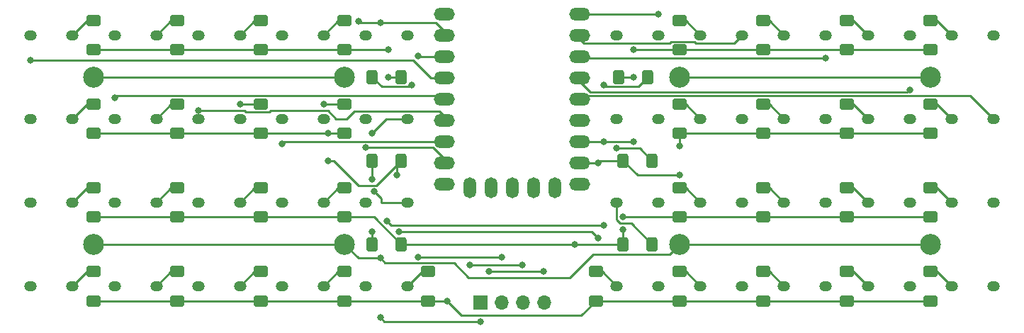
<source format=gbr>
%TF.GenerationSoftware,KiCad,Pcbnew,7.0.8*%
%TF.CreationDate,2023-11-24T20:45:19-06:00*%
%TF.ProjectId,buinchiez40,6275696e-6368-4696-957a-34302e6b6963,rev?*%
%TF.SameCoordinates,Original*%
%TF.FileFunction,Copper,L1,Top*%
%TF.FilePolarity,Positive*%
%FSLAX46Y46*%
G04 Gerber Fmt 4.6, Leading zero omitted, Abs format (unit mm)*
G04 Created by KiCad (PCBNEW 7.0.8) date 2023-11-24 20:45:19*
%MOMM*%
%LPD*%
G01*
G04 APERTURE LIST*
G04 Aperture macros list*
%AMRoundRect*
0 Rectangle with rounded corners*
0 $1 Rounding radius*
0 $2 $3 $4 $5 $6 $7 $8 $9 X,Y pos of 4 corners*
0 Add a 4 corners polygon primitive as box body*
4,1,4,$2,$3,$4,$5,$6,$7,$8,$9,$2,$3,0*
0 Add four circle primitives for the rounded corners*
1,1,$1+$1,$2,$3*
1,1,$1+$1,$4,$5*
1,1,$1+$1,$6,$7*
1,1,$1+$1,$8,$9*
0 Add four rect primitives between the rounded corners*
20,1,$1+$1,$2,$3,$4,$5,0*
20,1,$1+$1,$4,$5,$6,$7,0*
20,1,$1+$1,$6,$7,$8,$9,0*
20,1,$1+$1,$8,$9,$2,$3,0*%
G04 Aperture macros list end*
%TA.AperFunction,ComponentPad*%
%ADD10O,2.500000X1.500000*%
%TD*%
%TA.AperFunction,ComponentPad*%
%ADD11O,1.500000X2.500000*%
%TD*%
%TA.AperFunction,SMDPad,CuDef*%
%ADD12RoundRect,0.250000X0.600000X-0.400000X0.600000X0.400000X-0.600000X0.400000X-0.600000X-0.400000X0*%
%TD*%
%TA.AperFunction,ComponentPad*%
%ADD13C,2.500000*%
%TD*%
%TA.AperFunction,ComponentPad*%
%ADD14O,1.524000X1.224000*%
%TD*%
%TA.AperFunction,SMDPad,CuDef*%
%ADD15RoundRect,0.250000X0.400000X0.600000X-0.400000X0.600000X-0.400000X-0.600000X0.400000X-0.600000X0*%
%TD*%
%TA.AperFunction,SMDPad,CuDef*%
%ADD16RoundRect,0.250000X-0.400000X-0.600000X0.400000X-0.600000X0.400000X0.600000X-0.400000X0.600000X0*%
%TD*%
%TA.AperFunction,ComponentPad*%
%ADD17R,1.700000X1.700000*%
%TD*%
%TA.AperFunction,ComponentPad*%
%ADD18O,1.700000X1.700000*%
%TD*%
%TA.AperFunction,ViaPad*%
%ADD19C,0.800000*%
%TD*%
%TA.AperFunction,Conductor*%
%ADD20C,0.250000*%
%TD*%
G04 APERTURE END LIST*
D10*
%TO.P,U1,1,0*%
%TO.N,col6*%
X153120000Y-57460000D03*
%TO.P,U1,2,1*%
%TO.N,col7*%
X153120000Y-60000000D03*
%TO.P,U1,3,2*%
%TO.N,col8*%
X153120000Y-62540000D03*
%TO.P,U1,4,3*%
%TO.N,col9*%
X153120000Y-65080000D03*
%TO.P,U1,5,4*%
%TO.N,col10*%
X153120000Y-67620000D03*
%TO.P,U1,6,5*%
%TO.N,unconnected-(U1-5-Pad6)*%
X153120000Y-70160000D03*
%TO.P,U1,7,6*%
%TO.N,row1*%
X153120000Y-72700000D03*
%TO.P,U1,8,7*%
%TO.N,row2*%
X153120000Y-75240000D03*
%TO.P,U1,9,8*%
%TO.N,row3*%
X153120000Y-77780000D03*
D11*
%TO.P,U1,10,9*%
%TO.N,unconnected-(U1-9-Pad10)*%
X150080000Y-78280000D03*
%TO.P,U1,11,10*%
%TO.N,unconnected-(U1-10-Pad11)*%
X147540000Y-78280000D03*
%TO.P,U1,12,11*%
%TO.N,unconnected-(U1-11-Pad12)*%
X145000000Y-78280000D03*
%TO.P,U1,13,12*%
%TO.N,sda*%
X142460000Y-78280000D03*
%TO.P,U1,14,13*%
%TO.N,scl*%
X139920000Y-78280000D03*
D10*
%TO.P,U1,15,14*%
%TO.N,row4*%
X136880000Y-77780000D03*
%TO.P,U1,16,15*%
%TO.N,col5*%
X136880000Y-75240000D03*
%TO.P,U1,17,26*%
%TO.N,col4*%
X136880000Y-72700000D03*
%TO.P,U1,18,27*%
%TO.N,col3*%
X136880000Y-70160000D03*
%TO.P,U1,19,28*%
%TO.N,col2*%
X136880000Y-67620000D03*
%TO.P,U1,20,29*%
%TO.N,col1*%
X136880000Y-65080000D03*
%TO.P,U1,21,3V3*%
%TO.N,3v3*%
X136880000Y-62540000D03*
%TO.P,U1,22,GND*%
%TO.N,gnd*%
X136880000Y-60000000D03*
%TO.P,U1,23,5V*%
%TO.N,unconnected-(U1-5V-Pad23)*%
X136880000Y-57460000D03*
%TD*%
D12*
%TO.P,D29,1,K*%
%TO.N,row3*%
X185000000Y-81750000D03*
%TO.P,D29,2,A*%
%TO.N,Net-(D29-A)*%
X185000000Y-78250000D03*
%TD*%
%TO.P,D20,1,K*%
%TO.N,row2*%
X195000000Y-71750000D03*
%TO.P,D20,2,A*%
%TO.N,Net-(D20-A)*%
X195000000Y-68250000D03*
%TD*%
D13*
%TO.P,H7,1,1*%
%TO.N,gnd*%
X165000000Y-85000000D03*
%TD*%
D14*
%TO.P,SW38,1,1*%
%TO.N,Net-(D38-A)*%
X177500000Y-90000000D03*
%TO.P,SW38,2,2*%
%TO.N,col8*%
X182500000Y-90000000D03*
%TD*%
%TO.P,SW17,1,1*%
%TO.N,Net-(D17-A)*%
X167500000Y-70000000D03*
%TO.P,SW17,2,2*%
%TO.N,col7*%
X172500000Y-70000000D03*
%TD*%
%TO.P,SW27,1,1*%
%TO.N,Net-(D27-A)*%
X167500000Y-80000000D03*
%TO.P,SW27,2,2*%
%TO.N,col7*%
X172500000Y-80000000D03*
%TD*%
%TO.P,SW28,1,1*%
%TO.N,Net-(D28-A)*%
X177500000Y-80000000D03*
%TO.P,SW28,2,2*%
%TO.N,col8*%
X182500000Y-80000000D03*
%TD*%
D13*
%TO.P,H4,1,1*%
%TO.N,gnd*%
X195000000Y-65000000D03*
%TD*%
D15*
%TO.P,D25,1,K*%
%TO.N,row3*%
X131750000Y-85000000D03*
%TO.P,D25,2,A*%
%TO.N,Net-(D25-A)*%
X128250000Y-85000000D03*
%TD*%
D14*
%TO.P,SW7,1,1*%
%TO.N,Net-(D7-A)*%
X167500000Y-60000000D03*
%TO.P,SW7,2,2*%
%TO.N,col7*%
X172500000Y-60000000D03*
%TD*%
%TO.P,SW6,1,1*%
%TO.N,Net-(D6-A)*%
X157500000Y-60000000D03*
%TO.P,SW6,2,2*%
%TO.N,col6*%
X162500000Y-60000000D03*
%TD*%
%TO.P,SW31,1,1*%
%TO.N,Net-(D31-A)*%
X92500000Y-90000000D03*
%TO.P,SW31,2,2*%
%TO.N,col1*%
X87500000Y-90000000D03*
%TD*%
%TO.P,SW23,1,1*%
%TO.N,Net-(D23-A)*%
X112500000Y-80000000D03*
%TO.P,SW23,2,2*%
%TO.N,col3*%
X107500000Y-80000000D03*
%TD*%
D12*
%TO.P,D21,1,K*%
%TO.N,row3*%
X95000000Y-81750000D03*
%TO.P,D21,2,A*%
%TO.N,Net-(D21-A)*%
X95000000Y-78250000D03*
%TD*%
D14*
%TO.P,SW34,1,1*%
%TO.N,Net-(D34-A)*%
X122500000Y-90000000D03*
%TO.P,SW34,2,2*%
%TO.N,col4*%
X117500000Y-90000000D03*
%TD*%
%TO.P,SW1,1,1*%
%TO.N,Net-(D1-A)*%
X92500000Y-60000000D03*
%TO.P,SW1,2,2*%
%TO.N,col1*%
X87500000Y-60000000D03*
%TD*%
D12*
%TO.P,D40,1,K*%
%TO.N,row4*%
X195000000Y-91750000D03*
%TO.P,D40,2,A*%
%TO.N,Net-(D40-A)*%
X195000000Y-88250000D03*
%TD*%
D15*
%TO.P,D15,1,K*%
%TO.N,row2*%
X131750000Y-75000000D03*
%TO.P,D15,2,A*%
%TO.N,Net-(D15-A)*%
X128250000Y-75000000D03*
%TD*%
D14*
%TO.P,SW20,1,1*%
%TO.N,Net-(D20-A)*%
X197500000Y-70000000D03*
%TO.P,SW20,2,2*%
%TO.N,col10*%
X202500000Y-70000000D03*
%TD*%
D13*
%TO.P,H6,1,1*%
%TO.N,gnd*%
X125000000Y-85000000D03*
%TD*%
D12*
%TO.P,D27,1,K*%
%TO.N,row3*%
X165000000Y-81750000D03*
%TO.P,D27,2,A*%
%TO.N,Net-(D27-A)*%
X165000000Y-78250000D03*
%TD*%
D16*
%TO.P,D16,1,K*%
%TO.N,row2*%
X158250000Y-75000000D03*
%TO.P,D16,2,A*%
%TO.N,Net-(D16-A)*%
X161750000Y-75000000D03*
%TD*%
D13*
%TO.P,H3,1,1*%
%TO.N,gnd*%
X165000000Y-65000000D03*
%TD*%
D14*
%TO.P,SW35,1,1*%
%TO.N,Net-(D35-A)*%
X132500000Y-90000000D03*
%TO.P,SW35,2,2*%
%TO.N,col5*%
X127500000Y-90000000D03*
%TD*%
D13*
%TO.P,H5,1,1*%
%TO.N,gnd*%
X95000000Y-85000000D03*
%TD*%
D12*
%TO.P,D19,1,K*%
%TO.N,row2*%
X185000000Y-71750000D03*
%TO.P,D19,2,A*%
%TO.N,Net-(D19-A)*%
X185000000Y-68250000D03*
%TD*%
%TO.P,D11,1,K*%
%TO.N,row2*%
X95000000Y-71750000D03*
%TO.P,D11,2,A*%
%TO.N,Net-(D11-A)*%
X95000000Y-68250000D03*
%TD*%
%TO.P,D37,1,K*%
%TO.N,row4*%
X165000000Y-91750000D03*
%TO.P,D37,2,A*%
%TO.N,Net-(D37-A)*%
X165000000Y-88250000D03*
%TD*%
D14*
%TO.P,SW15,1,1*%
%TO.N,Net-(D15-A)*%
X132500000Y-70000000D03*
%TO.P,SW15,2,2*%
%TO.N,col5*%
X127500000Y-70000000D03*
%TD*%
%TO.P,SW12,1,1*%
%TO.N,Net-(D12-A)*%
X102500000Y-70000000D03*
%TO.P,SW12,2,2*%
%TO.N,col2*%
X97500000Y-70000000D03*
%TD*%
%TO.P,SW8,1,1*%
%TO.N,Net-(D8-A)*%
X177500000Y-60000000D03*
%TO.P,SW8,2,2*%
%TO.N,col8*%
X182500000Y-60000000D03*
%TD*%
D16*
%TO.P,D26,1,K*%
%TO.N,row3*%
X158250000Y-85000000D03*
%TO.P,D26,2,A*%
%TO.N,Net-(D26-A)*%
X161750000Y-85000000D03*
%TD*%
D13*
%TO.P,H1,1,1*%
%TO.N,gnd*%
X95000000Y-65000000D03*
%TD*%
D14*
%TO.P,SW2,1,1*%
%TO.N,Net-(D2-A)*%
X102500000Y-60000000D03*
%TO.P,SW2,2,2*%
%TO.N,col2*%
X97500000Y-60000000D03*
%TD*%
D16*
%TO.P,D6,1,K*%
%TO.N,row1*%
X157750000Y-65000000D03*
%TO.P,D6,2,A*%
%TO.N,Net-(D6-A)*%
X161250000Y-65000000D03*
%TD*%
D12*
%TO.P,D9,1,K*%
%TO.N,row1*%
X185000000Y-61750000D03*
%TO.P,D9,2,A*%
%TO.N,Net-(D9-A)*%
X185000000Y-58250000D03*
%TD*%
D14*
%TO.P,SW25,1,1*%
%TO.N,Net-(D25-A)*%
X132500000Y-80000000D03*
%TO.P,SW25,2,2*%
%TO.N,col5*%
X127500000Y-80000000D03*
%TD*%
D12*
%TO.P,D36,1,K*%
%TO.N,row4*%
X155000000Y-91750000D03*
%TO.P,D36,2,A*%
%TO.N,Net-(D36-A)*%
X155000000Y-88250000D03*
%TD*%
%TO.P,D18,1,K*%
%TO.N,row2*%
X175000000Y-71750000D03*
%TO.P,D18,2,A*%
%TO.N,Net-(D18-A)*%
X175000000Y-68250000D03*
%TD*%
D14*
%TO.P,SW3,1,1*%
%TO.N,Net-(D3-A)*%
X112500000Y-60000000D03*
%TO.P,SW3,2,2*%
%TO.N,col3*%
X107500000Y-60000000D03*
%TD*%
%TO.P,SW10,1,1*%
%TO.N,Net-(D10-A)*%
X197500000Y-60000000D03*
%TO.P,SW10,2,2*%
%TO.N,col10*%
X202500000Y-60000000D03*
%TD*%
D12*
%TO.P,D38,1,K*%
%TO.N,row4*%
X175000000Y-91750000D03*
%TO.P,D38,2,A*%
%TO.N,Net-(D38-A)*%
X175000000Y-88250000D03*
%TD*%
%TO.P,D31,1,K*%
%TO.N,row4*%
X95000000Y-91750000D03*
%TO.P,D31,2,A*%
%TO.N,Net-(D31-A)*%
X95000000Y-88250000D03*
%TD*%
D14*
%TO.P,SW9,1,1*%
%TO.N,Net-(D9-A)*%
X187500000Y-60000000D03*
%TO.P,SW9,2,2*%
%TO.N,col9*%
X192500000Y-60000000D03*
%TD*%
D12*
%TO.P,D2,1,K*%
%TO.N,row1*%
X105000000Y-61750000D03*
%TO.P,D2,2,A*%
%TO.N,Net-(D2-A)*%
X105000000Y-58250000D03*
%TD*%
%TO.P,D10,1,K*%
%TO.N,row1*%
X195000000Y-61750000D03*
%TO.P,D10,2,A*%
%TO.N,Net-(D10-A)*%
X195000000Y-58250000D03*
%TD*%
D14*
%TO.P,SW11,1,1*%
%TO.N,Net-(D11-A)*%
X92500000Y-70000000D03*
%TO.P,SW11,2,2*%
%TO.N,col1*%
X87500000Y-70000000D03*
%TD*%
D12*
%TO.P,D23,1,K*%
%TO.N,row3*%
X115000000Y-81750000D03*
%TO.P,D23,2,A*%
%TO.N,Net-(D23-A)*%
X115000000Y-78250000D03*
%TD*%
%TO.P,D13,1,K*%
%TO.N,row2*%
X115000000Y-71750000D03*
%TO.P,D13,2,A*%
%TO.N,Net-(D13-A)*%
X115000000Y-68250000D03*
%TD*%
D14*
%TO.P,SW21,1,1*%
%TO.N,Net-(D21-A)*%
X92500000Y-80000000D03*
%TO.P,SW21,2,2*%
%TO.N,col1*%
X87500000Y-80000000D03*
%TD*%
D12*
%TO.P,D3,1,K*%
%TO.N,row1*%
X115000000Y-61750000D03*
%TO.P,D3,2,A*%
%TO.N,Net-(D3-A)*%
X115000000Y-58250000D03*
%TD*%
%TO.P,D35,1,K*%
%TO.N,row4*%
X135000000Y-91750000D03*
%TO.P,D35,2,A*%
%TO.N,Net-(D35-A)*%
X135000000Y-88250000D03*
%TD*%
D14*
%TO.P,SW19,1,1*%
%TO.N,Net-(D19-A)*%
X187500000Y-70000000D03*
%TO.P,SW19,2,2*%
%TO.N,col9*%
X192500000Y-70000000D03*
%TD*%
D12*
%TO.P,D33,1,K*%
%TO.N,row4*%
X115000000Y-91750000D03*
%TO.P,D33,2,A*%
%TO.N,Net-(D33-A)*%
X115000000Y-88250000D03*
%TD*%
D14*
%TO.P,SW14,1,1*%
%TO.N,Net-(D14-A)*%
X122500000Y-70000000D03*
%TO.P,SW14,2,2*%
%TO.N,col4*%
X117500000Y-70000000D03*
%TD*%
%TO.P,SW16,1,1*%
%TO.N,Net-(D16-A)*%
X157500000Y-70000000D03*
%TO.P,SW16,2,2*%
%TO.N,col6*%
X162500000Y-70000000D03*
%TD*%
D12*
%TO.P,D14,1,K*%
%TO.N,row2*%
X125000000Y-71750000D03*
%TO.P,D14,2,A*%
%TO.N,Net-(D14-A)*%
X125000000Y-68250000D03*
%TD*%
D14*
%TO.P,SW26,1,1*%
%TO.N,Net-(D26-A)*%
X157500000Y-80000000D03*
%TO.P,SW26,2,2*%
%TO.N,col6*%
X162500000Y-80000000D03*
%TD*%
D12*
%TO.P,D28,1,K*%
%TO.N,row3*%
X175000000Y-81750000D03*
%TO.P,D28,2,A*%
%TO.N,Net-(D28-A)*%
X175000000Y-78250000D03*
%TD*%
D14*
%TO.P,SW32,1,1*%
%TO.N,Net-(D32-A)*%
X102500000Y-90000000D03*
%TO.P,SW32,2,2*%
%TO.N,col2*%
X97500000Y-90000000D03*
%TD*%
%TO.P,SW30,1,1*%
%TO.N,Net-(D30-A)*%
X197500000Y-80000000D03*
%TO.P,SW30,2,2*%
%TO.N,col10*%
X202500000Y-80000000D03*
%TD*%
D13*
%TO.P,H2,1,1*%
%TO.N,gnd*%
X125000000Y-65000000D03*
%TD*%
D12*
%TO.P,D8,1,K*%
%TO.N,row1*%
X175000000Y-61750000D03*
%TO.P,D8,2,A*%
%TO.N,Net-(D8-A)*%
X175000000Y-58250000D03*
%TD*%
D14*
%TO.P,SW22,1,1*%
%TO.N,Net-(D22-A)*%
X102500000Y-80000000D03*
%TO.P,SW22,2,2*%
%TO.N,col2*%
X97500000Y-80000000D03*
%TD*%
D12*
%TO.P,D4,1,K*%
%TO.N,row1*%
X125000000Y-61750000D03*
%TO.P,D4,2,A*%
%TO.N,Net-(D4-A)*%
X125000000Y-58250000D03*
%TD*%
D14*
%TO.P,SW37,1,1*%
%TO.N,Net-(D37-A)*%
X167500000Y-90000000D03*
%TO.P,SW37,2,2*%
%TO.N,col7*%
X172500000Y-90000000D03*
%TD*%
%TO.P,SW39,1,1*%
%TO.N,Net-(D39-A)*%
X187500000Y-90000000D03*
%TO.P,SW39,2,2*%
%TO.N,col9*%
X192500000Y-90000000D03*
%TD*%
%TO.P,SW5,1,1*%
%TO.N,Net-(D5-A)*%
X132500000Y-60000000D03*
%TO.P,SW5,2,2*%
%TO.N,col5*%
X127500000Y-60000000D03*
%TD*%
D12*
%TO.P,D24,1,K*%
%TO.N,row3*%
X125000000Y-81750000D03*
%TO.P,D24,2,A*%
%TO.N,Net-(D24-A)*%
X125000000Y-78250000D03*
%TD*%
%TO.P,D32,1,K*%
%TO.N,row4*%
X105000000Y-91750000D03*
%TO.P,D32,2,A*%
%TO.N,Net-(D32-A)*%
X105000000Y-88250000D03*
%TD*%
D15*
%TO.P,D5,1,K*%
%TO.N,row1*%
X131750000Y-65000000D03*
%TO.P,D5,2,A*%
%TO.N,Net-(D5-A)*%
X128250000Y-65000000D03*
%TD*%
D12*
%TO.P,D17,1,K*%
%TO.N,row2*%
X165000000Y-71750000D03*
%TO.P,D17,2,A*%
%TO.N,Net-(D17-A)*%
X165000000Y-68250000D03*
%TD*%
D14*
%TO.P,SW13,1,1*%
%TO.N,Net-(D13-A)*%
X112500000Y-70000000D03*
%TO.P,SW13,2,2*%
%TO.N,col3*%
X107500000Y-70000000D03*
%TD*%
%TO.P,SW29,1,1*%
%TO.N,Net-(D29-A)*%
X187500000Y-80000000D03*
%TO.P,SW29,2,2*%
%TO.N,col9*%
X192500000Y-80000000D03*
%TD*%
D12*
%TO.P,D34,1,K*%
%TO.N,row4*%
X125000000Y-91750000D03*
%TO.P,D34,2,A*%
%TO.N,Net-(D34-A)*%
X125000000Y-88250000D03*
%TD*%
D13*
%TO.P,H8,1,1*%
%TO.N,gnd*%
X195000000Y-85000000D03*
%TD*%
D14*
%TO.P,SW4,1,1*%
%TO.N,Net-(D4-A)*%
X122500000Y-60000000D03*
%TO.P,SW4,2,2*%
%TO.N,col4*%
X117500000Y-60000000D03*
%TD*%
%TO.P,SW18,1,1*%
%TO.N,Net-(D18-A)*%
X177500000Y-70000000D03*
%TO.P,SW18,2,2*%
%TO.N,col8*%
X182500000Y-70000000D03*
%TD*%
D12*
%TO.P,D7,1,K*%
%TO.N,row1*%
X165000000Y-61750000D03*
%TO.P,D7,2,A*%
%TO.N,Net-(D7-A)*%
X165000000Y-58250000D03*
%TD*%
%TO.P,D12,1,K*%
%TO.N,row2*%
X105000000Y-71750000D03*
%TO.P,D12,2,A*%
%TO.N,Net-(D12-A)*%
X105000000Y-68250000D03*
%TD*%
D14*
%TO.P,SW24,1,1*%
%TO.N,Net-(D24-A)*%
X122500000Y-80000000D03*
%TO.P,SW24,2,2*%
%TO.N,col4*%
X117500000Y-80000000D03*
%TD*%
D12*
%TO.P,D22,1,K*%
%TO.N,row3*%
X105000000Y-81750000D03*
%TO.P,D22,2,A*%
%TO.N,Net-(D22-A)*%
X105000000Y-78250000D03*
%TD*%
%TO.P,D1,1,K*%
%TO.N,row1*%
X95000000Y-61750000D03*
%TO.P,D1,2,A*%
%TO.N,Net-(D1-A)*%
X95000000Y-58250000D03*
%TD*%
D14*
%TO.P,SW33,1,1*%
%TO.N,Net-(D33-A)*%
X112500000Y-90000000D03*
%TO.P,SW33,2,2*%
%TO.N,col3*%
X107500000Y-90000000D03*
%TD*%
%TO.P,SW36,1,1*%
%TO.N,Net-(D36-A)*%
X157500000Y-90000000D03*
%TO.P,SW36,2,2*%
%TO.N,col6*%
X162500000Y-90000000D03*
%TD*%
D12*
%TO.P,D30,1,K*%
%TO.N,row3*%
X195000000Y-81750000D03*
%TO.P,D30,2,A*%
%TO.N,Net-(D30-A)*%
X195000000Y-78250000D03*
%TD*%
D14*
%TO.P,SW40,1,1*%
%TO.N,Net-(D40-A)*%
X197500000Y-90000000D03*
%TO.P,SW40,2,2*%
%TO.N,col10*%
X202500000Y-90000000D03*
%TD*%
D12*
%TO.P,D39,1,K*%
%TO.N,row4*%
X185000000Y-91750000D03*
%TO.P,D39,2,A*%
%TO.N,Net-(D39-A)*%
X185000000Y-88250000D03*
%TD*%
D17*
%TO.P,J1,1,GND*%
%TO.N,gnd*%
X141210000Y-92000000D03*
D18*
%TO.P,J1,2,VCC*%
%TO.N,3v3*%
X143750000Y-92000000D03*
%TO.P,J1,3,SCL*%
%TO.N,scl*%
X146290000Y-92000000D03*
%TO.P,J1,4,SDA*%
%TO.N,sda*%
X148830000Y-92000000D03*
%TD*%
D19*
%TO.N,gnd*%
X129250000Y-86666632D03*
X126666616Y-58333310D03*
%TO.N,row1*%
X159500000Y-61750000D03*
X130209620Y-65000000D03*
X159500000Y-72750000D03*
X130200000Y-61700000D03*
X156000000Y-72750000D03*
X156000000Y-82750000D03*
X159500000Y-65000000D03*
X130012299Y-82237701D03*
%TO.N,Net-(D5-A)*%
X133000000Y-66000000D03*
%TO.N,Net-(D6-A)*%
X156000000Y-66000000D03*
%TO.N,row2*%
X123000000Y-71750000D03*
X165000000Y-76750000D03*
X165000000Y-73250000D03*
X123000000Y-75000000D03*
X155250000Y-75250000D03*
X131250000Y-76750000D03*
X155250000Y-84250000D03*
X131500000Y-83500000D03*
%TO.N,Net-(D13-A)*%
X112500000Y-68250000D03*
%TO.N,Net-(D14-A)*%
X122500000Y-68250000D03*
%TO.N,Net-(D15-A)*%
X128250000Y-71750000D03*
X128250000Y-77250000D03*
%TO.N,Net-(D16-A)*%
X157500000Y-73500000D03*
%TO.N,row3*%
X158250000Y-81750000D03*
X152500000Y-85000000D03*
X158250000Y-83250000D03*
%TO.N,Net-(D25-A)*%
X128250000Y-83500000D03*
X128525500Y-78699500D03*
%TO.N,row4*%
X137250000Y-91750000D03*
%TO.N,gnd*%
X129250000Y-58500000D03*
X129250000Y-93750000D03*
X141250000Y-94250000D03*
%TO.N,3v3*%
X133750000Y-86500000D03*
X143750000Y-86500000D03*
X133750000Y-62500000D03*
%TO.N,scl*%
X146250000Y-87500000D03*
X140000000Y-87500000D03*
%TO.N,sda*%
X148750000Y-88250000D03*
X142250000Y-88250000D03*
%TO.N,col1*%
X87500000Y-63000000D03*
%TO.N,col2*%
X97500000Y-67474616D03*
%TO.N,col3*%
X107500000Y-69000000D03*
%TO.N,col4*%
X117500000Y-73000000D03*
%TO.N,col5*%
X127500000Y-73449500D03*
%TO.N,col6*%
X162500000Y-57500000D03*
%TO.N,col8*%
X182500000Y-62750000D03*
%TO.N,col9*%
X192500000Y-66550500D03*
%TD*%
D20*
%TO.N,gnd*%
X195000000Y-85000000D02*
X165000000Y-85000000D01*
X165000000Y-65000000D02*
X195000000Y-65000000D01*
X129250000Y-86666632D02*
X129808368Y-87225000D01*
X129808368Y-87225000D02*
X138058313Y-87225000D01*
X138058313Y-87225000D02*
X139808313Y-88975000D01*
X139808313Y-88975000D02*
X151858237Y-88975000D01*
X151858237Y-88975000D02*
X154658237Y-86175000D01*
X154658237Y-86175000D02*
X163825000Y-86175000D01*
X163825000Y-86175000D02*
X165000000Y-85000000D01*
X126666632Y-86666632D02*
X129250000Y-86666632D01*
X125000000Y-85000000D02*
X126666632Y-86666632D01*
X125000000Y-65000000D02*
X95000000Y-65000000D01*
X125000000Y-85000000D02*
X95000000Y-85000000D01*
X126833306Y-58500000D02*
X126666616Y-58333310D01*
X129250000Y-58500000D02*
X126833306Y-58500000D01*
%TO.N,row1*%
X152620000Y-72700000D02*
X152670000Y-72750000D01*
X156000000Y-82750000D02*
X130524598Y-82750000D01*
X159500000Y-65000000D02*
X157750000Y-65000000D01*
X195000000Y-61750000D02*
X161000000Y-61750000D01*
X126959620Y-61750000D02*
X130150000Y-61750000D01*
X159500000Y-61750000D02*
X165000000Y-61750000D01*
X130524598Y-82750000D02*
X130012299Y-82237701D01*
X152670000Y-72750000D02*
X156000000Y-72750000D01*
X156000000Y-72750000D02*
X159500000Y-72750000D01*
X130150000Y-61750000D02*
X130200000Y-61700000D01*
X130209620Y-65000000D02*
X131750000Y-65000000D01*
X165000000Y-61750000D02*
X195000000Y-61750000D01*
X95000000Y-61750000D02*
X126959620Y-61750000D01*
%TO.N,Net-(D1-A)*%
X94250000Y-58250000D02*
X92500000Y-60000000D01*
X95000000Y-58250000D02*
X94250000Y-58250000D01*
%TO.N,Net-(D2-A)*%
X104250000Y-58250000D02*
X102500000Y-60000000D01*
X105000000Y-58250000D02*
X104250000Y-58250000D01*
%TO.N,Net-(D3-A)*%
X115000000Y-58250000D02*
X114250000Y-58250000D01*
X114250000Y-58250000D02*
X112500000Y-60000000D01*
%TO.N,Net-(D4-A)*%
X125000000Y-58250000D02*
X124250000Y-58250000D01*
X124250000Y-58250000D02*
X122500000Y-60000000D01*
%TO.N,Net-(D5-A)*%
X132825000Y-66175000D02*
X133000000Y-66000000D01*
X128250000Y-65000000D02*
X129425000Y-66175000D01*
X129425000Y-66175000D02*
X132825000Y-66175000D01*
%TO.N,Net-(D6-A)*%
X156175000Y-66175000D02*
X160075000Y-66175000D01*
X156000000Y-66000000D02*
X156175000Y-66175000D01*
X160075000Y-66175000D02*
X161250000Y-65000000D01*
%TO.N,Net-(D7-A)*%
X165000000Y-58250000D02*
X165750000Y-58250000D01*
X165750000Y-58250000D02*
X167500000Y-60000000D01*
%TO.N,Net-(D8-A)*%
X175750000Y-58250000D02*
X177500000Y-60000000D01*
X175000000Y-58250000D02*
X175750000Y-58250000D01*
%TO.N,Net-(D9-A)*%
X185000000Y-58250000D02*
X185750000Y-58250000D01*
X185750000Y-58250000D02*
X187500000Y-60000000D01*
%TO.N,Net-(D10-A)*%
X195000000Y-58250000D02*
X195750000Y-58250000D01*
X195750000Y-58250000D02*
X197500000Y-60000000D01*
%TO.N,row2*%
X125000000Y-71750000D02*
X123000000Y-71750000D01*
X131250000Y-75500000D02*
X131750000Y-75000000D01*
X126684620Y-77975000D02*
X128775000Y-77975000D01*
X154500000Y-83500000D02*
X131500000Y-83500000D01*
X128775000Y-77975000D02*
X131750000Y-75000000D01*
X155500000Y-75000000D02*
X155250000Y-75250000D01*
X165000000Y-71750000D02*
X195000000Y-71750000D01*
X115000000Y-71750000D02*
X125000000Y-71750000D01*
X115000000Y-71750000D02*
X95000000Y-71750000D01*
X165000000Y-76750000D02*
X160000000Y-76750000D01*
X165000000Y-71750000D02*
X165000000Y-73250000D01*
X155240000Y-75240000D02*
X155250000Y-75250000D01*
X160000000Y-76750000D02*
X158250000Y-75000000D01*
X158250000Y-75000000D02*
X155500000Y-75000000D01*
X123000000Y-75000000D02*
X123709620Y-75000000D01*
X123709620Y-75000000D02*
X126684620Y-77975000D01*
X152620000Y-75240000D02*
X155240000Y-75240000D01*
X155250000Y-84250000D02*
X154500000Y-83500000D01*
X131250000Y-76750000D02*
X131250000Y-75500000D01*
%TO.N,Net-(D11-A)*%
X95000000Y-68250000D02*
X94250000Y-68250000D01*
X94250000Y-68250000D02*
X92500000Y-70000000D01*
%TO.N,Net-(D12-A)*%
X104250000Y-68250000D02*
X102500000Y-70000000D01*
X105000000Y-68250000D02*
X104250000Y-68250000D01*
%TO.N,Net-(D13-A)*%
X115000000Y-68250000D02*
X112500000Y-68250000D01*
%TO.N,Net-(D14-A)*%
X125000000Y-68250000D02*
X122500000Y-68250000D01*
%TO.N,Net-(D15-A)*%
X130000000Y-70000000D02*
X128250000Y-71750000D01*
X128250000Y-77250000D02*
X128250000Y-75000000D01*
X132500000Y-70000000D02*
X130000000Y-70000000D01*
%TO.N,Net-(D16-A)*%
X157500000Y-73500000D02*
X160250000Y-73500000D01*
X160250000Y-73500000D02*
X161750000Y-75000000D01*
%TO.N,Net-(D17-A)*%
X165750000Y-68250000D02*
X165000000Y-68250000D01*
X167500000Y-70000000D02*
X165750000Y-68250000D01*
%TO.N,Net-(D18-A)*%
X175750000Y-68250000D02*
X175000000Y-68250000D01*
X177500000Y-70000000D02*
X175750000Y-68250000D01*
%TO.N,Net-(D19-A)*%
X187500000Y-70000000D02*
X185750000Y-68250000D01*
X185750000Y-68250000D02*
X185000000Y-68250000D01*
%TO.N,Net-(D20-A)*%
X195750000Y-68250000D02*
X195000000Y-68250000D01*
X197500000Y-70000000D02*
X195750000Y-68250000D01*
%TO.N,row3*%
X158250000Y-85000000D02*
X158250000Y-83250000D01*
X95000000Y-81750000D02*
X125000000Y-81750000D01*
X125000000Y-81750000D02*
X128500000Y-81750000D01*
X128500000Y-81750000D02*
X131750000Y-85000000D01*
X165000000Y-81750000D02*
X195000000Y-81750000D01*
X158250000Y-81750000D02*
X165000000Y-81750000D01*
X152500000Y-85000000D02*
X158250000Y-85000000D01*
X131750000Y-85000000D02*
X152500000Y-85000000D01*
%TO.N,Net-(D21-A)*%
X94250000Y-78250000D02*
X95000000Y-78250000D01*
X92500000Y-80000000D02*
X94250000Y-78250000D01*
%TO.N,Net-(D22-A)*%
X104250000Y-78250000D02*
X105000000Y-78250000D01*
X102500000Y-80000000D02*
X104250000Y-78250000D01*
%TO.N,Net-(D23-A)*%
X114250000Y-78250000D02*
X115000000Y-78250000D01*
X112500000Y-80000000D02*
X114250000Y-78250000D01*
%TO.N,Net-(D24-A)*%
X124250000Y-78250000D02*
X125000000Y-78250000D01*
X122500000Y-80000000D02*
X124250000Y-78250000D01*
%TO.N,Net-(D25-A)*%
X129348507Y-79522507D02*
X128525500Y-78699500D01*
X129348507Y-80000000D02*
X129348507Y-79522507D01*
X129348507Y-80000000D02*
X132500000Y-80000000D01*
X128250000Y-85000000D02*
X128250000Y-83500000D01*
%TO.N,Net-(D26-A)*%
X157500000Y-82025305D02*
X157500000Y-80000000D01*
X157949695Y-82475000D02*
X157500000Y-82025305D01*
X159225000Y-82475000D02*
X157949695Y-82475000D01*
X161750000Y-85000000D02*
X159225000Y-82475000D01*
%TO.N,Net-(D27-A)*%
X167500000Y-80000000D02*
X165750000Y-78250000D01*
X165750000Y-78250000D02*
X165000000Y-78250000D01*
%TO.N,Net-(D28-A)*%
X175750000Y-78250000D02*
X175000000Y-78250000D01*
X177500000Y-80000000D02*
X175750000Y-78250000D01*
%TO.N,Net-(D29-A)*%
X185750000Y-78250000D02*
X185000000Y-78250000D01*
X187500000Y-80000000D02*
X185750000Y-78250000D01*
%TO.N,Net-(D30-A)*%
X197500000Y-80000000D02*
X195750000Y-78250000D01*
X195750000Y-78250000D02*
X195000000Y-78250000D01*
%TO.N,row4*%
X135000000Y-91750000D02*
X95000000Y-91750000D01*
X137250000Y-91750000D02*
X138980000Y-93480000D01*
X138980000Y-93480000D02*
X153270000Y-93480000D01*
X155000000Y-91750000D02*
X195000000Y-91750000D01*
X153270000Y-93480000D02*
X155000000Y-91750000D01*
X137380000Y-77780000D02*
X137160000Y-78000000D01*
X137250000Y-91750000D02*
X135000000Y-91750000D01*
%TO.N,Net-(D31-A)*%
X94250000Y-88250000D02*
X95000000Y-88250000D01*
X92500000Y-90000000D02*
X94250000Y-88250000D01*
%TO.N,Net-(D32-A)*%
X104250000Y-88250000D02*
X105000000Y-88250000D01*
X102500000Y-90000000D02*
X104250000Y-88250000D01*
%TO.N,Net-(D33-A)*%
X114250000Y-88250000D02*
X115000000Y-88250000D01*
X112500000Y-90000000D02*
X114250000Y-88250000D01*
%TO.N,Net-(D34-A)*%
X122500000Y-90000000D02*
X124250000Y-88250000D01*
X124250000Y-88250000D02*
X125000000Y-88250000D01*
%TO.N,Net-(D35-A)*%
X132500000Y-90000000D02*
X134250000Y-88250000D01*
X134250000Y-88250000D02*
X135000000Y-88250000D01*
%TO.N,Net-(D36-A)*%
X157500000Y-90000000D02*
X155750000Y-88250000D01*
X155750000Y-88250000D02*
X155000000Y-88250000D01*
%TO.N,Net-(D37-A)*%
X165750000Y-88250000D02*
X165000000Y-88250000D01*
X167500000Y-90000000D02*
X165750000Y-88250000D01*
%TO.N,Net-(D38-A)*%
X175750000Y-88250000D02*
X175000000Y-88250000D01*
X177500000Y-90000000D02*
X175750000Y-88250000D01*
%TO.N,Net-(D39-A)*%
X187500000Y-90000000D02*
X185750000Y-88250000D01*
X185750000Y-88250000D02*
X185000000Y-88250000D01*
%TO.N,Net-(D40-A)*%
X197500000Y-90000000D02*
X195750000Y-88250000D01*
X195750000Y-88250000D02*
X195000000Y-88250000D01*
%TO.N,gnd*%
X137380000Y-60000000D02*
X135880000Y-58500000D01*
X135880000Y-58500000D02*
X129250000Y-58500000D01*
X129750000Y-94250000D02*
X141250000Y-94250000D01*
X129250000Y-93750000D02*
X129750000Y-94250000D01*
%TO.N,3v3*%
X133750000Y-86500000D02*
X143750000Y-86500000D01*
X133790000Y-62540000D02*
X133750000Y-62500000D01*
X137380000Y-62540000D02*
X133790000Y-62540000D01*
%TO.N,scl*%
X146250000Y-87500000D02*
X140000000Y-87500000D01*
%TO.N,sda*%
X148750000Y-88250000D02*
X142250000Y-88250000D01*
%TO.N,col1*%
X137380000Y-65080000D02*
X135304695Y-65080000D01*
X133224695Y-63000000D02*
X87500000Y-63000000D01*
X135304695Y-65080000D02*
X133224695Y-63000000D01*
%TO.N,col2*%
X137380000Y-67620000D02*
X136960116Y-67200116D01*
X97699616Y-67275000D02*
X97500000Y-67474616D01*
X137380000Y-67620000D02*
X137035000Y-67275000D01*
X97774500Y-67200116D02*
X97500000Y-67474616D01*
X137035000Y-67275000D02*
X97699616Y-67275000D01*
%TO.N,col3*%
X136283000Y-69063000D02*
X126146620Y-69063000D01*
X125209620Y-70000000D02*
X123987437Y-70000000D01*
X126146620Y-69063000D02*
X125209620Y-70000000D01*
X115984620Y-69225000D02*
X113225000Y-69225000D01*
X123987437Y-70000000D02*
X123022057Y-69034620D01*
X113225000Y-69225000D02*
X113000000Y-69000000D01*
X137380000Y-70160000D02*
X136283000Y-69063000D01*
X123022057Y-69034620D02*
X116175000Y-69034620D01*
X113000000Y-69000000D02*
X107500000Y-69000000D01*
X116175000Y-69034620D02*
X115984620Y-69225000D01*
%TO.N,col4*%
X137355000Y-72725000D02*
X117775000Y-72725000D01*
X137380000Y-72700000D02*
X137355000Y-72725000D01*
X117775000Y-72725000D02*
X117500000Y-73000000D01*
%TO.N,col5*%
X135589500Y-73449500D02*
X127500000Y-73449500D01*
X137380000Y-75240000D02*
X135589500Y-73449500D01*
%TO.N,col6*%
X152620000Y-57460000D02*
X162460000Y-57460000D01*
X162460000Y-57460000D02*
X162500000Y-57500000D01*
%TO.N,col7*%
X166937000Y-60937000D02*
X171563000Y-60937000D01*
X163825000Y-60965380D02*
X164015380Y-60775000D01*
X153585380Y-60965380D02*
X163825000Y-60965380D01*
X171563000Y-60937000D02*
X172500000Y-60000000D01*
X164015380Y-60775000D02*
X166775000Y-60775000D01*
X166775000Y-60775000D02*
X166937000Y-60937000D01*
X152620000Y-60000000D02*
X153585380Y-60965380D01*
%TO.N,col8*%
X182475000Y-62725000D02*
X182500000Y-62750000D01*
X152620000Y-62540000D02*
X152805000Y-62725000D01*
X152805000Y-62725000D02*
X182475000Y-62725000D01*
%TO.N,col9*%
X192500000Y-66550500D02*
X192225500Y-66825000D01*
X154365000Y-66825000D02*
X152620000Y-65080000D01*
X192225500Y-66825000D02*
X154365000Y-66825000D01*
%TO.N,col10*%
X152620000Y-67620000D02*
X152965000Y-67275000D01*
X152965000Y-67275000D02*
X199775000Y-67275000D01*
X199775000Y-67275000D02*
X202500000Y-70000000D01*
%TD*%
M02*

</source>
